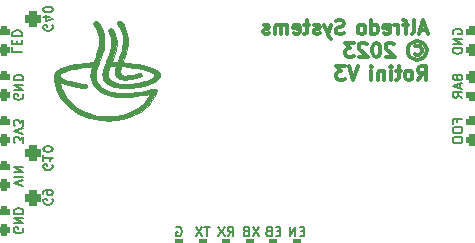
<source format=gbr>
%TF.GenerationSoftware,KiCad,Pcbnew,(7.0.0)*%
%TF.CreationDate,2023-08-06T02:23:00-04:00*%
%TF.ProjectId,Rotini-Hardware,526f7469-6e69-42d4-9861-726477617265,rev?*%
%TF.SameCoordinates,Original*%
%TF.FileFunction,Legend,Bot*%
%TF.FilePolarity,Positive*%
%FSLAX46Y46*%
G04 Gerber Fmt 4.6, Leading zero omitted, Abs format (unit mm)*
G04 Created by KiCad (PCBNEW (7.0.0)) date 2023-08-06 02:23:00*
%MOMM*%
%LPD*%
G01*
G04 APERTURE LIST*
G04 Aperture macros list*
%AMRoundRect*
0 Rectangle with rounded corners*
0 $1 Rounding radius*
0 $2 $3 $4 $5 $6 $7 $8 $9 X,Y pos of 4 corners*
0 Add a 4 corners polygon primitive as box body*
4,1,4,$2,$3,$4,$5,$6,$7,$8,$9,$2,$3,0*
0 Add four circle primitives for the rounded corners*
1,1,$1+$1,$2,$3*
1,1,$1+$1,$4,$5*
1,1,$1+$1,$6,$7*
1,1,$1+$1,$8,$9*
0 Add four rect primitives between the rounded corners*
20,1,$1+$1,$2,$3,$4,$5,0*
20,1,$1+$1,$4,$5,$6,$7,0*
20,1,$1+$1,$6,$7,$8,$9,0*
20,1,$1+$1,$8,$9,$2,$3,0*%
G04 Aperture macros list end*
%ADD10C,0.200000*%
%ADD11C,0.300000*%
%ADD12C,0.010000*%
%ADD13C,3.200000*%
%ADD14RoundRect,0.250000X-0.250000X0.250000X-0.250000X-0.250000X0.250000X-0.250000X0.250000X0.250000X0*%
%ADD15R,1.000000X1.000000*%
%ADD16RoundRect,0.350000X0.350000X-0.350000X0.350000X0.350000X-0.350000X0.350000X-0.350000X-0.350000X0*%
%ADD17RoundRect,0.250000X0.250000X-0.250000X0.250000X0.250000X-0.250000X0.250000X-0.250000X-0.250000X0*%
%ADD18C,0.600000*%
%ADD19O,0.900000X2.000000*%
%ADD20O,0.900000X1.700000*%
%ADD21RoundRect,0.375000X0.375000X0.375000X-0.375000X0.375000X-0.375000X-0.375000X0.375000X-0.375000X0*%
G04 APERTURE END LIST*
D10*
X-18193904Y-890476D02*
X-18193904Y-395238D01*
X-18193904Y-395238D02*
X-18498666Y-661904D01*
X-18498666Y-661904D02*
X-18498666Y-547619D01*
X-18498666Y-547619D02*
X-18536761Y-471428D01*
X-18536761Y-471428D02*
X-18574857Y-433333D01*
X-18574857Y-433333D02*
X-18651047Y-395238D01*
X-18651047Y-395238D02*
X-18841523Y-395238D01*
X-18841523Y-395238D02*
X-18917714Y-433333D01*
X-18917714Y-433333D02*
X-18955809Y-471428D01*
X-18955809Y-471428D02*
X-18993904Y-547619D01*
X-18993904Y-547619D02*
X-18993904Y-776190D01*
X-18993904Y-776190D02*
X-18955809Y-852381D01*
X-18955809Y-852381D02*
X-18917714Y-890476D01*
X-18193904Y-166666D02*
X-18993904Y100000D01*
X-18993904Y100000D02*
X-18193904Y366666D01*
X-18193904Y557142D02*
X-18193904Y1052380D01*
X-18193904Y1052380D02*
X-18498666Y785714D01*
X-18498666Y785714D02*
X-18498666Y899999D01*
X-18498666Y899999D02*
X-18536761Y976190D01*
X-18536761Y976190D02*
X-18574857Y1014285D01*
X-18574857Y1014285D02*
X-18651047Y1052380D01*
X-18651047Y1052380D02*
X-18841523Y1052380D01*
X-18841523Y1052380D02*
X-18917714Y1014285D01*
X-18917714Y1014285D02*
X-18955809Y976190D01*
X-18955809Y976190D02*
X-18993904Y899999D01*
X-18993904Y899999D02*
X-18993904Y671428D01*
X-18993904Y671428D02*
X-18955809Y595237D01*
X-18955809Y595237D02*
X-18917714Y557142D01*
X-2390476Y-7993904D02*
X-2847619Y-7993904D01*
X-2619047Y-8793904D02*
X-2619047Y-7993904D01*
X-3038095Y-7993904D02*
X-3571429Y-8793904D01*
X-3571429Y-7993904D02*
X-3038095Y-8793904D01*
X3571428Y-8374857D02*
X3304762Y-8374857D01*
X3190476Y-8793904D02*
X3571428Y-8793904D01*
X3571428Y-8793904D02*
X3571428Y-7993904D01*
X3571428Y-7993904D02*
X3190476Y-7993904D01*
X2580952Y-8374857D02*
X2466666Y-8412952D01*
X2466666Y-8412952D02*
X2428571Y-8451047D01*
X2428571Y-8451047D02*
X2390475Y-8527238D01*
X2390475Y-8527238D02*
X2390475Y-8641523D01*
X2390475Y-8641523D02*
X2428571Y-8717714D01*
X2428571Y-8717714D02*
X2466666Y-8755809D01*
X2466666Y-8755809D02*
X2542856Y-8793904D01*
X2542856Y-8793904D02*
X2847618Y-8793904D01*
X2847618Y-8793904D02*
X2847618Y-7993904D01*
X2847618Y-7993904D02*
X2580952Y-7993904D01*
X2580952Y-7993904D02*
X2504761Y-8032000D01*
X2504761Y-8032000D02*
X2466666Y-8070095D01*
X2466666Y-8070095D02*
X2428571Y-8146285D01*
X2428571Y-8146285D02*
X2428571Y-8222476D01*
X2428571Y-8222476D02*
X2466666Y-8298666D01*
X2466666Y-8298666D02*
X2504761Y-8336761D01*
X2504761Y-8336761D02*
X2580952Y-8374857D01*
X2580952Y-8374857D02*
X2847618Y-8374857D01*
X1766666Y-7993904D02*
X1233332Y-8793904D01*
X1233332Y-7993904D02*
X1766666Y-8793904D01*
X661904Y-8374857D02*
X547618Y-8412952D01*
X547618Y-8412952D02*
X509523Y-8451047D01*
X509523Y-8451047D02*
X471427Y-8527238D01*
X471427Y-8527238D02*
X471427Y-8641523D01*
X471427Y-8641523D02*
X509523Y-8717714D01*
X509523Y-8717714D02*
X547618Y-8755809D01*
X547618Y-8755809D02*
X623808Y-8793904D01*
X623808Y-8793904D02*
X928570Y-8793904D01*
X928570Y-8793904D02*
X928570Y-7993904D01*
X928570Y-7993904D02*
X661904Y-7993904D01*
X661904Y-7993904D02*
X585713Y-8032000D01*
X585713Y-8032000D02*
X547618Y-8070095D01*
X547618Y-8070095D02*
X509523Y-8146285D01*
X509523Y-8146285D02*
X509523Y-8222476D01*
X509523Y-8222476D02*
X547618Y-8298666D01*
X547618Y-8298666D02*
X585713Y-8336761D01*
X585713Y-8336761D02*
X661904Y-8374857D01*
X661904Y-8374857D02*
X928570Y-8374857D01*
X-5209523Y-8032000D02*
X-5133333Y-7993904D01*
X-5133333Y-7993904D02*
X-5019047Y-7993904D01*
X-5019047Y-7993904D02*
X-4904761Y-8032000D01*
X-4904761Y-8032000D02*
X-4828571Y-8108190D01*
X-4828571Y-8108190D02*
X-4790476Y-8184380D01*
X-4790476Y-8184380D02*
X-4752380Y-8336761D01*
X-4752380Y-8336761D02*
X-4752380Y-8451047D01*
X-4752380Y-8451047D02*
X-4790476Y-8603428D01*
X-4790476Y-8603428D02*
X-4828571Y-8679619D01*
X-4828571Y-8679619D02*
X-4904761Y-8755809D01*
X-4904761Y-8755809D02*
X-5019047Y-8793904D01*
X-5019047Y-8793904D02*
X-5095238Y-8793904D01*
X-5095238Y-8793904D02*
X-5209523Y-8755809D01*
X-5209523Y-8755809D02*
X-5247619Y-8717714D01*
X-5247619Y-8717714D02*
X-5247619Y-8451047D01*
X-5247619Y-8451047D02*
X-5095238Y-8451047D01*
X18574857Y823809D02*
X18574857Y1090475D01*
X18993904Y1090475D02*
X18193904Y1090475D01*
X18193904Y1090475D02*
X18193904Y709523D01*
X18193904Y252380D02*
X18193904Y99999D01*
X18193904Y99999D02*
X18232000Y23809D01*
X18232000Y23809D02*
X18308190Y-52381D01*
X18308190Y-52381D02*
X18460571Y-90476D01*
X18460571Y-90476D02*
X18727238Y-90476D01*
X18727238Y-90476D02*
X18879619Y-52381D01*
X18879619Y-52381D02*
X18955809Y23809D01*
X18955809Y23809D02*
X18993904Y99999D01*
X18993904Y99999D02*
X18993904Y252380D01*
X18993904Y252380D02*
X18955809Y328571D01*
X18955809Y328571D02*
X18879619Y404761D01*
X18879619Y404761D02*
X18727238Y442857D01*
X18727238Y442857D02*
X18460571Y442857D01*
X18460571Y442857D02*
X18308190Y404761D01*
X18308190Y404761D02*
X18232000Y328571D01*
X18232000Y328571D02*
X18193904Y252380D01*
X18193904Y-585714D02*
X18193904Y-738095D01*
X18193904Y-738095D02*
X18232000Y-814285D01*
X18232000Y-814285D02*
X18308190Y-890476D01*
X18308190Y-890476D02*
X18460571Y-928571D01*
X18460571Y-928571D02*
X18727238Y-928571D01*
X18727238Y-928571D02*
X18879619Y-890476D01*
X18879619Y-890476D02*
X18955809Y-814285D01*
X18955809Y-814285D02*
X18993904Y-738095D01*
X18993904Y-738095D02*
X18993904Y-585714D01*
X18993904Y-585714D02*
X18955809Y-509523D01*
X18955809Y-509523D02*
X18879619Y-433333D01*
X18879619Y-433333D02*
X18727238Y-395237D01*
X18727238Y-395237D02*
X18460571Y-395237D01*
X18460571Y-395237D02*
X18308190Y-433333D01*
X18308190Y-433333D02*
X18232000Y-509523D01*
X18232000Y-509523D02*
X18193904Y-585714D01*
X-19093904Y7185714D02*
X-19093904Y6804762D01*
X-19093904Y6804762D02*
X-18293904Y6804762D01*
X-18674857Y7452381D02*
X-18674857Y7719047D01*
X-19093904Y7833333D02*
X-19093904Y7452381D01*
X-19093904Y7452381D02*
X-18293904Y7452381D01*
X-18293904Y7452381D02*
X-18293904Y7833333D01*
X-19093904Y8176191D02*
X-18293904Y8176191D01*
X-18293904Y8176191D02*
X-18293904Y8366667D01*
X-18293904Y8366667D02*
X-18332000Y8480953D01*
X-18332000Y8480953D02*
X-18408190Y8557143D01*
X-18408190Y8557143D02*
X-18484380Y8595238D01*
X-18484380Y8595238D02*
X-18636761Y8633334D01*
X-18636761Y8633334D02*
X-18751047Y8633334D01*
X-18751047Y8633334D02*
X-18903428Y8595238D01*
X-18903428Y8595238D02*
X-18979619Y8557143D01*
X-18979619Y8557143D02*
X-19055809Y8480953D01*
X-19055809Y8480953D02*
X-19093904Y8366667D01*
X-19093904Y8366667D02*
X-19093904Y8176191D01*
X18574857Y4585714D02*
X18612952Y4471428D01*
X18612952Y4471428D02*
X18651047Y4433333D01*
X18651047Y4433333D02*
X18727238Y4395237D01*
X18727238Y4395237D02*
X18841523Y4395237D01*
X18841523Y4395237D02*
X18917714Y4433333D01*
X18917714Y4433333D02*
X18955809Y4471428D01*
X18955809Y4471428D02*
X18993904Y4547618D01*
X18993904Y4547618D02*
X18993904Y4852380D01*
X18993904Y4852380D02*
X18193904Y4852380D01*
X18193904Y4852380D02*
X18193904Y4585714D01*
X18193904Y4585714D02*
X18232000Y4509523D01*
X18232000Y4509523D02*
X18270095Y4471428D01*
X18270095Y4471428D02*
X18346285Y4433333D01*
X18346285Y4433333D02*
X18422476Y4433333D01*
X18422476Y4433333D02*
X18498666Y4471428D01*
X18498666Y4471428D02*
X18536761Y4509523D01*
X18536761Y4509523D02*
X18574857Y4585714D01*
X18574857Y4585714D02*
X18574857Y4852380D01*
X18765333Y4090476D02*
X18765333Y3709523D01*
X18993904Y4166666D02*
X18193904Y3899999D01*
X18193904Y3899999D02*
X18993904Y3633333D01*
X18993904Y2909523D02*
X18612952Y3176190D01*
X18993904Y3366666D02*
X18193904Y3366666D01*
X18193904Y3366666D02*
X18193904Y3061904D01*
X18193904Y3061904D02*
X18232000Y2985714D01*
X18232000Y2985714D02*
X18270095Y2947619D01*
X18270095Y2947619D02*
X18346285Y2909523D01*
X18346285Y2909523D02*
X18460571Y2909523D01*
X18460571Y2909523D02*
X18536761Y2947619D01*
X18536761Y2947619D02*
X18574857Y2985714D01*
X18574857Y2985714D02*
X18612952Y3061904D01*
X18612952Y3061904D02*
X18612952Y3366666D01*
X-15732000Y-5671428D02*
X-15693904Y-5747618D01*
X-15693904Y-5747618D02*
X-15693904Y-5861904D01*
X-15693904Y-5861904D02*
X-15732000Y-5976190D01*
X-15732000Y-5976190D02*
X-15808190Y-6052380D01*
X-15808190Y-6052380D02*
X-15884380Y-6090475D01*
X-15884380Y-6090475D02*
X-16036761Y-6128571D01*
X-16036761Y-6128571D02*
X-16151047Y-6128571D01*
X-16151047Y-6128571D02*
X-16303428Y-6090475D01*
X-16303428Y-6090475D02*
X-16379619Y-6052380D01*
X-16379619Y-6052380D02*
X-16455809Y-5976190D01*
X-16455809Y-5976190D02*
X-16493904Y-5861904D01*
X-16493904Y-5861904D02*
X-16493904Y-5785713D01*
X-16493904Y-5785713D02*
X-16455809Y-5671428D01*
X-16455809Y-5671428D02*
X-16417714Y-5633332D01*
X-16417714Y-5633332D02*
X-16151047Y-5633332D01*
X-16151047Y-5633332D02*
X-16151047Y-5785713D01*
X-16493904Y-5252380D02*
X-16493904Y-5099999D01*
X-16493904Y-5099999D02*
X-16455809Y-5023809D01*
X-16455809Y-5023809D02*
X-16417714Y-4985713D01*
X-16417714Y-4985713D02*
X-16303428Y-4909523D01*
X-16303428Y-4909523D02*
X-16151047Y-4871428D01*
X-16151047Y-4871428D02*
X-15846285Y-4871428D01*
X-15846285Y-4871428D02*
X-15770095Y-4909523D01*
X-15770095Y-4909523D02*
X-15732000Y-4947618D01*
X-15732000Y-4947618D02*
X-15693904Y-5023809D01*
X-15693904Y-5023809D02*
X-15693904Y-5176190D01*
X-15693904Y-5176190D02*
X-15732000Y-5252380D01*
X-15732000Y-5252380D02*
X-15770095Y-5290475D01*
X-15770095Y-5290475D02*
X-15846285Y-5328571D01*
X-15846285Y-5328571D02*
X-16036761Y-5328571D01*
X-16036761Y-5328571D02*
X-16112952Y-5290475D01*
X-16112952Y-5290475D02*
X-16151047Y-5252380D01*
X-16151047Y-5252380D02*
X-16189142Y-5176190D01*
X-16189142Y-5176190D02*
X-16189142Y-5023809D01*
X-16189142Y-5023809D02*
X-16151047Y-4947618D01*
X-16151047Y-4947618D02*
X-16112952Y-4909523D01*
X-16112952Y-4909523D02*
X-16036761Y-4871428D01*
X18232000Y8309523D02*
X18193904Y8385713D01*
X18193904Y8385713D02*
X18193904Y8499999D01*
X18193904Y8499999D02*
X18232000Y8614285D01*
X18232000Y8614285D02*
X18308190Y8690475D01*
X18308190Y8690475D02*
X18384380Y8728570D01*
X18384380Y8728570D02*
X18536761Y8766666D01*
X18536761Y8766666D02*
X18651047Y8766666D01*
X18651047Y8766666D02*
X18803428Y8728570D01*
X18803428Y8728570D02*
X18879619Y8690475D01*
X18879619Y8690475D02*
X18955809Y8614285D01*
X18955809Y8614285D02*
X18993904Y8499999D01*
X18993904Y8499999D02*
X18993904Y8423808D01*
X18993904Y8423808D02*
X18955809Y8309523D01*
X18955809Y8309523D02*
X18917714Y8271427D01*
X18917714Y8271427D02*
X18651047Y8271427D01*
X18651047Y8271427D02*
X18651047Y8423808D01*
X18993904Y7928570D02*
X18193904Y7928570D01*
X18193904Y7928570D02*
X18993904Y7471427D01*
X18993904Y7471427D02*
X18193904Y7471427D01*
X18993904Y7090475D02*
X18193904Y7090475D01*
X18193904Y7090475D02*
X18193904Y6899999D01*
X18193904Y6899999D02*
X18232000Y6785713D01*
X18232000Y6785713D02*
X18308190Y6709523D01*
X18308190Y6709523D02*
X18384380Y6671428D01*
X18384380Y6671428D02*
X18536761Y6633332D01*
X18536761Y6633332D02*
X18651047Y6633332D01*
X18651047Y6633332D02*
X18803428Y6671428D01*
X18803428Y6671428D02*
X18879619Y6709523D01*
X18879619Y6709523D02*
X18955809Y6785713D01*
X18955809Y6785713D02*
X18993904Y6899999D01*
X18993904Y6899999D02*
X18993904Y7090475D01*
X-18232000Y3190476D02*
X-18193904Y3114286D01*
X-18193904Y3114286D02*
X-18193904Y3000000D01*
X-18193904Y3000000D02*
X-18232000Y2885714D01*
X-18232000Y2885714D02*
X-18308190Y2809524D01*
X-18308190Y2809524D02*
X-18384380Y2771429D01*
X-18384380Y2771429D02*
X-18536761Y2733333D01*
X-18536761Y2733333D02*
X-18651047Y2733333D01*
X-18651047Y2733333D02*
X-18803428Y2771429D01*
X-18803428Y2771429D02*
X-18879619Y2809524D01*
X-18879619Y2809524D02*
X-18955809Y2885714D01*
X-18955809Y2885714D02*
X-18993904Y3000000D01*
X-18993904Y3000000D02*
X-18993904Y3076191D01*
X-18993904Y3076191D02*
X-18955809Y3190476D01*
X-18955809Y3190476D02*
X-18917714Y3228572D01*
X-18917714Y3228572D02*
X-18651047Y3228572D01*
X-18651047Y3228572D02*
X-18651047Y3076191D01*
X-18993904Y3571429D02*
X-18193904Y3571429D01*
X-18193904Y3571429D02*
X-18993904Y4028572D01*
X-18993904Y4028572D02*
X-18193904Y4028572D01*
X-18993904Y4409524D02*
X-18193904Y4409524D01*
X-18193904Y4409524D02*
X-18193904Y4600000D01*
X-18193904Y4600000D02*
X-18232000Y4714286D01*
X-18232000Y4714286D02*
X-18308190Y4790476D01*
X-18308190Y4790476D02*
X-18384380Y4828571D01*
X-18384380Y4828571D02*
X-18536761Y4866667D01*
X-18536761Y4866667D02*
X-18651047Y4866667D01*
X-18651047Y4866667D02*
X-18803428Y4828571D01*
X-18803428Y4828571D02*
X-18879619Y4790476D01*
X-18879619Y4790476D02*
X-18955809Y4714286D01*
X-18955809Y4714286D02*
X-18993904Y4600000D01*
X-18993904Y4600000D02*
X-18993904Y4409524D01*
X5590475Y-8374857D02*
X5323809Y-8374857D01*
X5209523Y-8793904D02*
X5590475Y-8793904D01*
X5590475Y-8793904D02*
X5590475Y-7993904D01*
X5590475Y-7993904D02*
X5209523Y-7993904D01*
X4866665Y-8793904D02*
X4866665Y-7993904D01*
X4866665Y-7993904D02*
X4409522Y-8793904D01*
X4409522Y-8793904D02*
X4409522Y-7993904D01*
X-18193904Y-4576189D02*
X-18993904Y-4309522D01*
X-18993904Y-4309522D02*
X-18193904Y-4042856D01*
X-18993904Y-3776189D02*
X-18193904Y-3776189D01*
X-18993904Y-3395237D02*
X-18193904Y-3395237D01*
X-18193904Y-3395237D02*
X-18993904Y-2938094D01*
X-18993904Y-2938094D02*
X-18193904Y-2938094D01*
X-15732000Y9047618D02*
X-15693904Y8971428D01*
X-15693904Y8971428D02*
X-15693904Y8857142D01*
X-15693904Y8857142D02*
X-15732000Y8742856D01*
X-15732000Y8742856D02*
X-15808190Y8666666D01*
X-15808190Y8666666D02*
X-15884380Y8628571D01*
X-15884380Y8628571D02*
X-16036761Y8590475D01*
X-16036761Y8590475D02*
X-16151047Y8590475D01*
X-16151047Y8590475D02*
X-16303428Y8628571D01*
X-16303428Y8628571D02*
X-16379619Y8666666D01*
X-16379619Y8666666D02*
X-16455809Y8742856D01*
X-16455809Y8742856D02*
X-16493904Y8857142D01*
X-16493904Y8857142D02*
X-16493904Y8933333D01*
X-16493904Y8933333D02*
X-16455809Y9047618D01*
X-16455809Y9047618D02*
X-16417714Y9085714D01*
X-16417714Y9085714D02*
X-16151047Y9085714D01*
X-16151047Y9085714D02*
X-16151047Y8933333D01*
X-15960571Y9771428D02*
X-16493904Y9771428D01*
X-15655809Y9580952D02*
X-16227238Y9390475D01*
X-16227238Y9390475D02*
X-16227238Y9885714D01*
X-15693904Y10342857D02*
X-15693904Y10419047D01*
X-15693904Y10419047D02*
X-15732000Y10495238D01*
X-15732000Y10495238D02*
X-15770095Y10533333D01*
X-15770095Y10533333D02*
X-15846285Y10571428D01*
X-15846285Y10571428D02*
X-15998666Y10609523D01*
X-15998666Y10609523D02*
X-16189142Y10609523D01*
X-16189142Y10609523D02*
X-16341523Y10571428D01*
X-16341523Y10571428D02*
X-16417714Y10533333D01*
X-16417714Y10533333D02*
X-16455809Y10495238D01*
X-16455809Y10495238D02*
X-16493904Y10419047D01*
X-16493904Y10419047D02*
X-16493904Y10342857D01*
X-16493904Y10342857D02*
X-16455809Y10266666D01*
X-16455809Y10266666D02*
X-16417714Y10228571D01*
X-16417714Y10228571D02*
X-16341523Y10190476D01*
X-16341523Y10190476D02*
X-16189142Y10152380D01*
X-16189142Y10152380D02*
X-15998666Y10152380D01*
X-15998666Y10152380D02*
X-15846285Y10190476D01*
X-15846285Y10190476D02*
X-15770095Y10228571D01*
X-15770095Y10228571D02*
X-15732000Y10266666D01*
X-15732000Y10266666D02*
X-15693904Y10342857D01*
X-18232000Y-8109523D02*
X-18193904Y-8185713D01*
X-18193904Y-8185713D02*
X-18193904Y-8299999D01*
X-18193904Y-8299999D02*
X-18232000Y-8414285D01*
X-18232000Y-8414285D02*
X-18308190Y-8490475D01*
X-18308190Y-8490475D02*
X-18384380Y-8528570D01*
X-18384380Y-8528570D02*
X-18536761Y-8566666D01*
X-18536761Y-8566666D02*
X-18651047Y-8566666D01*
X-18651047Y-8566666D02*
X-18803428Y-8528570D01*
X-18803428Y-8528570D02*
X-18879619Y-8490475D01*
X-18879619Y-8490475D02*
X-18955809Y-8414285D01*
X-18955809Y-8414285D02*
X-18993904Y-8299999D01*
X-18993904Y-8299999D02*
X-18993904Y-8223808D01*
X-18993904Y-8223808D02*
X-18955809Y-8109523D01*
X-18955809Y-8109523D02*
X-18917714Y-8071427D01*
X-18917714Y-8071427D02*
X-18651047Y-8071427D01*
X-18651047Y-8071427D02*
X-18651047Y-8223808D01*
X-18993904Y-7728570D02*
X-18193904Y-7728570D01*
X-18193904Y-7728570D02*
X-18993904Y-7271427D01*
X-18993904Y-7271427D02*
X-18193904Y-7271427D01*
X-18993904Y-6890475D02*
X-18193904Y-6890475D01*
X-18193904Y-6890475D02*
X-18193904Y-6699999D01*
X-18193904Y-6699999D02*
X-18232000Y-6585713D01*
X-18232000Y-6585713D02*
X-18308190Y-6509523D01*
X-18308190Y-6509523D02*
X-18384380Y-6471428D01*
X-18384380Y-6471428D02*
X-18536761Y-6433332D01*
X-18536761Y-6433332D02*
X-18651047Y-6433332D01*
X-18651047Y-6433332D02*
X-18803428Y-6471428D01*
X-18803428Y-6471428D02*
X-18879619Y-6509523D01*
X-18879619Y-6509523D02*
X-18955809Y-6585713D01*
X-18955809Y-6585713D02*
X-18993904Y-6699999D01*
X-18993904Y-6699999D02*
X-18993904Y-6890475D01*
X-866667Y-8793904D02*
X-600000Y-8412952D01*
X-409524Y-8793904D02*
X-409524Y-7993904D01*
X-409524Y-7993904D02*
X-714286Y-7993904D01*
X-714286Y-7993904D02*
X-790476Y-8032000D01*
X-790476Y-8032000D02*
X-828571Y-8070095D01*
X-828571Y-8070095D02*
X-866667Y-8146285D01*
X-866667Y-8146285D02*
X-866667Y-8260571D01*
X-866667Y-8260571D02*
X-828571Y-8336761D01*
X-828571Y-8336761D02*
X-790476Y-8374857D01*
X-790476Y-8374857D02*
X-714286Y-8412952D01*
X-714286Y-8412952D02*
X-409524Y-8412952D01*
X-1133333Y-7993904D02*
X-1666667Y-8793904D01*
X-1666667Y-7993904D02*
X-1133333Y-8793904D01*
X-15732000Y-2752381D02*
X-15693904Y-2828571D01*
X-15693904Y-2828571D02*
X-15693904Y-2942857D01*
X-15693904Y-2942857D02*
X-15732000Y-3057143D01*
X-15732000Y-3057143D02*
X-15808190Y-3133333D01*
X-15808190Y-3133333D02*
X-15884380Y-3171428D01*
X-15884380Y-3171428D02*
X-16036761Y-3209524D01*
X-16036761Y-3209524D02*
X-16151047Y-3209524D01*
X-16151047Y-3209524D02*
X-16303428Y-3171428D01*
X-16303428Y-3171428D02*
X-16379619Y-3133333D01*
X-16379619Y-3133333D02*
X-16455809Y-3057143D01*
X-16455809Y-3057143D02*
X-16493904Y-2942857D01*
X-16493904Y-2942857D02*
X-16493904Y-2866666D01*
X-16493904Y-2866666D02*
X-16455809Y-2752381D01*
X-16455809Y-2752381D02*
X-16417714Y-2714285D01*
X-16417714Y-2714285D02*
X-16151047Y-2714285D01*
X-16151047Y-2714285D02*
X-16151047Y-2866666D01*
X-16493904Y-1952381D02*
X-16493904Y-2409524D01*
X-16493904Y-2180952D02*
X-15693904Y-2180952D01*
X-15693904Y-2180952D02*
X-15808190Y-2257143D01*
X-15808190Y-2257143D02*
X-15884380Y-2333333D01*
X-15884380Y-2333333D02*
X-15922476Y-2409524D01*
X-15693904Y-1457142D02*
X-15693904Y-1380952D01*
X-15693904Y-1380952D02*
X-15732000Y-1304761D01*
X-15732000Y-1304761D02*
X-15770095Y-1266666D01*
X-15770095Y-1266666D02*
X-15846285Y-1228571D01*
X-15846285Y-1228571D02*
X-15998666Y-1190476D01*
X-15998666Y-1190476D02*
X-16189142Y-1190476D01*
X-16189142Y-1190476D02*
X-16341523Y-1228571D01*
X-16341523Y-1228571D02*
X-16417714Y-1266666D01*
X-16417714Y-1266666D02*
X-16455809Y-1304761D01*
X-16455809Y-1304761D02*
X-16493904Y-1380952D01*
X-16493904Y-1380952D02*
X-16493904Y-1457142D01*
X-16493904Y-1457142D02*
X-16455809Y-1533333D01*
X-16455809Y-1533333D02*
X-16417714Y-1571428D01*
X-16417714Y-1571428D02*
X-16341523Y-1609523D01*
X-16341523Y-1609523D02*
X-16189142Y-1647619D01*
X-16189142Y-1647619D02*
X-15998666Y-1647619D01*
X-15998666Y-1647619D02*
X-15846285Y-1609523D01*
X-15846285Y-1609523D02*
X-15770095Y-1571428D01*
X-15770095Y-1571428D02*
X-15732000Y-1533333D01*
X-15732000Y-1533333D02*
X-15693904Y-1457142D01*
D11*
X15971428Y8646000D02*
X15400000Y8646000D01*
X16085714Y8303142D02*
X15685714Y9503142D01*
X15685714Y9503142D02*
X15285714Y8303142D01*
X14714286Y8303142D02*
X14828571Y8360285D01*
X14828571Y8360285D02*
X14885714Y8474571D01*
X14885714Y8474571D02*
X14885714Y9503142D01*
X14428572Y9103142D02*
X13971429Y9103142D01*
X14257143Y8303142D02*
X14257143Y9331714D01*
X14257143Y9331714D02*
X14200000Y9446000D01*
X14200000Y9446000D02*
X14085715Y9503142D01*
X14085715Y9503142D02*
X13971429Y9503142D01*
X13571429Y8303142D02*
X13571429Y9103142D01*
X13571429Y8874571D02*
X13514286Y8988857D01*
X13514286Y8988857D02*
X13457144Y9046000D01*
X13457144Y9046000D02*
X13342858Y9103142D01*
X13342858Y9103142D02*
X13228572Y9103142D01*
X12371429Y8360285D02*
X12485715Y8303142D01*
X12485715Y8303142D02*
X12714287Y8303142D01*
X12714287Y8303142D02*
X12828572Y8360285D01*
X12828572Y8360285D02*
X12885715Y8474571D01*
X12885715Y8474571D02*
X12885715Y8931714D01*
X12885715Y8931714D02*
X12828572Y9046000D01*
X12828572Y9046000D02*
X12714287Y9103142D01*
X12714287Y9103142D02*
X12485715Y9103142D01*
X12485715Y9103142D02*
X12371429Y9046000D01*
X12371429Y9046000D02*
X12314287Y8931714D01*
X12314287Y8931714D02*
X12314287Y8817428D01*
X12314287Y8817428D02*
X12885715Y8703142D01*
X11285716Y8303142D02*
X11285716Y9503142D01*
X11285716Y8360285D02*
X11400001Y8303142D01*
X11400001Y8303142D02*
X11628573Y8303142D01*
X11628573Y8303142D02*
X11742858Y8360285D01*
X11742858Y8360285D02*
X11800001Y8417428D01*
X11800001Y8417428D02*
X11857144Y8531714D01*
X11857144Y8531714D02*
X11857144Y8874571D01*
X11857144Y8874571D02*
X11800001Y8988857D01*
X11800001Y8988857D02*
X11742858Y9046000D01*
X11742858Y9046000D02*
X11628573Y9103142D01*
X11628573Y9103142D02*
X11400001Y9103142D01*
X11400001Y9103142D02*
X11285716Y9046000D01*
X10542859Y8303142D02*
X10657144Y8360285D01*
X10657144Y8360285D02*
X10714287Y8417428D01*
X10714287Y8417428D02*
X10771430Y8531714D01*
X10771430Y8531714D02*
X10771430Y8874571D01*
X10771430Y8874571D02*
X10714287Y8988857D01*
X10714287Y8988857D02*
X10657144Y9046000D01*
X10657144Y9046000D02*
X10542859Y9103142D01*
X10542859Y9103142D02*
X10371430Y9103142D01*
X10371430Y9103142D02*
X10257144Y9046000D01*
X10257144Y9046000D02*
X10200002Y8988857D01*
X10200002Y8988857D02*
X10142859Y8874571D01*
X10142859Y8874571D02*
X10142859Y8531714D01*
X10142859Y8531714D02*
X10200002Y8417428D01*
X10200002Y8417428D02*
X10257144Y8360285D01*
X10257144Y8360285D02*
X10371430Y8303142D01*
X10371430Y8303142D02*
X10542859Y8303142D01*
X8965716Y8360285D02*
X8794288Y8303142D01*
X8794288Y8303142D02*
X8508573Y8303142D01*
X8508573Y8303142D02*
X8394288Y8360285D01*
X8394288Y8360285D02*
X8337145Y8417428D01*
X8337145Y8417428D02*
X8280002Y8531714D01*
X8280002Y8531714D02*
X8280002Y8646000D01*
X8280002Y8646000D02*
X8337145Y8760285D01*
X8337145Y8760285D02*
X8394288Y8817428D01*
X8394288Y8817428D02*
X8508573Y8874571D01*
X8508573Y8874571D02*
X8737145Y8931714D01*
X8737145Y8931714D02*
X8851430Y8988857D01*
X8851430Y8988857D02*
X8908573Y9046000D01*
X8908573Y9046000D02*
X8965716Y9160285D01*
X8965716Y9160285D02*
X8965716Y9274571D01*
X8965716Y9274571D02*
X8908573Y9388857D01*
X8908573Y9388857D02*
X8851430Y9446000D01*
X8851430Y9446000D02*
X8737145Y9503142D01*
X8737145Y9503142D02*
X8451430Y9503142D01*
X8451430Y9503142D02*
X8280002Y9446000D01*
X7880002Y9103142D02*
X7594288Y8303142D01*
X7308573Y9103142D02*
X7594288Y8303142D01*
X7594288Y8303142D02*
X7708573Y8017428D01*
X7708573Y8017428D02*
X7765716Y7960285D01*
X7765716Y7960285D02*
X7880002Y7903142D01*
X6908573Y8360285D02*
X6794287Y8303142D01*
X6794287Y8303142D02*
X6565716Y8303142D01*
X6565716Y8303142D02*
X6451430Y8360285D01*
X6451430Y8360285D02*
X6394287Y8474571D01*
X6394287Y8474571D02*
X6394287Y8531714D01*
X6394287Y8531714D02*
X6451430Y8646000D01*
X6451430Y8646000D02*
X6565716Y8703142D01*
X6565716Y8703142D02*
X6737145Y8703142D01*
X6737145Y8703142D02*
X6851430Y8760285D01*
X6851430Y8760285D02*
X6908573Y8874571D01*
X6908573Y8874571D02*
X6908573Y8931714D01*
X6908573Y8931714D02*
X6851430Y9046000D01*
X6851430Y9046000D02*
X6737145Y9103142D01*
X6737145Y9103142D02*
X6565716Y9103142D01*
X6565716Y9103142D02*
X6451430Y9046000D01*
X6051430Y9103142D02*
X5594287Y9103142D01*
X5880001Y9503142D02*
X5880001Y8474571D01*
X5880001Y8474571D02*
X5822858Y8360285D01*
X5822858Y8360285D02*
X5708573Y8303142D01*
X5708573Y8303142D02*
X5594287Y8303142D01*
X4737144Y8360285D02*
X4851430Y8303142D01*
X4851430Y8303142D02*
X5080002Y8303142D01*
X5080002Y8303142D02*
X5194287Y8360285D01*
X5194287Y8360285D02*
X5251430Y8474571D01*
X5251430Y8474571D02*
X5251430Y8931714D01*
X5251430Y8931714D02*
X5194287Y9046000D01*
X5194287Y9046000D02*
X5080002Y9103142D01*
X5080002Y9103142D02*
X4851430Y9103142D01*
X4851430Y9103142D02*
X4737144Y9046000D01*
X4737144Y9046000D02*
X4680002Y8931714D01*
X4680002Y8931714D02*
X4680002Y8817428D01*
X4680002Y8817428D02*
X5251430Y8703142D01*
X4165716Y8303142D02*
X4165716Y9103142D01*
X4165716Y8988857D02*
X4108573Y9046000D01*
X4108573Y9046000D02*
X3994288Y9103142D01*
X3994288Y9103142D02*
X3822859Y9103142D01*
X3822859Y9103142D02*
X3708573Y9046000D01*
X3708573Y9046000D02*
X3651431Y8931714D01*
X3651431Y8931714D02*
X3651431Y8303142D01*
X3651431Y8931714D02*
X3594288Y9046000D01*
X3594288Y9046000D02*
X3480002Y9103142D01*
X3480002Y9103142D02*
X3308573Y9103142D01*
X3308573Y9103142D02*
X3194288Y9046000D01*
X3194288Y9046000D02*
X3137145Y8931714D01*
X3137145Y8931714D02*
X3137145Y8303142D01*
X2622859Y8360285D02*
X2508573Y8303142D01*
X2508573Y8303142D02*
X2280002Y8303142D01*
X2280002Y8303142D02*
X2165716Y8360285D01*
X2165716Y8360285D02*
X2108573Y8474571D01*
X2108573Y8474571D02*
X2108573Y8531714D01*
X2108573Y8531714D02*
X2165716Y8646000D01*
X2165716Y8646000D02*
X2280002Y8703142D01*
X2280002Y8703142D02*
X2451431Y8703142D01*
X2451431Y8703142D02*
X2565716Y8760285D01*
X2565716Y8760285D02*
X2622859Y8874571D01*
X2622859Y8874571D02*
X2622859Y8931714D01*
X2622859Y8931714D02*
X2565716Y9046000D01*
X2565716Y9046000D02*
X2451431Y9103142D01*
X2451431Y9103142D02*
X2280002Y9103142D01*
X2280002Y9103142D02*
X2165716Y9046000D01*
X14942857Y7273428D02*
X15057142Y7330571D01*
X15057142Y7330571D02*
X15285714Y7330571D01*
X15285714Y7330571D02*
X15400000Y7273428D01*
X15400000Y7273428D02*
X15514285Y7159142D01*
X15514285Y7159142D02*
X15571428Y7044857D01*
X15571428Y7044857D02*
X15571428Y6816285D01*
X15571428Y6816285D02*
X15514285Y6702000D01*
X15514285Y6702000D02*
X15400000Y6587714D01*
X15400000Y6587714D02*
X15285714Y6530571D01*
X15285714Y6530571D02*
X15057142Y6530571D01*
X15057142Y6530571D02*
X14942857Y6587714D01*
X15171428Y7730571D02*
X15457142Y7673428D01*
X15457142Y7673428D02*
X15742857Y7502000D01*
X15742857Y7502000D02*
X15914285Y7216285D01*
X15914285Y7216285D02*
X15971428Y6930571D01*
X15971428Y6930571D02*
X15914285Y6644857D01*
X15914285Y6644857D02*
X15742857Y6359142D01*
X15742857Y6359142D02*
X15457142Y6187714D01*
X15457142Y6187714D02*
X15171428Y6130571D01*
X15171428Y6130571D02*
X14885714Y6187714D01*
X14885714Y6187714D02*
X14600000Y6359142D01*
X14600000Y6359142D02*
X14428571Y6644857D01*
X14428571Y6644857D02*
X14371428Y6930571D01*
X14371428Y6930571D02*
X14428571Y7216285D01*
X14428571Y7216285D02*
X14600000Y7502000D01*
X14600000Y7502000D02*
X14885714Y7673428D01*
X14885714Y7673428D02*
X15171428Y7730571D01*
X13194285Y7444857D02*
X13137142Y7502000D01*
X13137142Y7502000D02*
X13022857Y7559142D01*
X13022857Y7559142D02*
X12737142Y7559142D01*
X12737142Y7559142D02*
X12622857Y7502000D01*
X12622857Y7502000D02*
X12565714Y7444857D01*
X12565714Y7444857D02*
X12508571Y7330571D01*
X12508571Y7330571D02*
X12508571Y7216285D01*
X12508571Y7216285D02*
X12565714Y7044857D01*
X12565714Y7044857D02*
X13251428Y6359142D01*
X13251428Y6359142D02*
X12508571Y6359142D01*
X11765714Y7559142D02*
X11651428Y7559142D01*
X11651428Y7559142D02*
X11537142Y7502000D01*
X11537142Y7502000D02*
X11480000Y7444857D01*
X11480000Y7444857D02*
X11422857Y7330571D01*
X11422857Y7330571D02*
X11365714Y7102000D01*
X11365714Y7102000D02*
X11365714Y6816285D01*
X11365714Y6816285D02*
X11422857Y6587714D01*
X11422857Y6587714D02*
X11480000Y6473428D01*
X11480000Y6473428D02*
X11537142Y6416285D01*
X11537142Y6416285D02*
X11651428Y6359142D01*
X11651428Y6359142D02*
X11765714Y6359142D01*
X11765714Y6359142D02*
X11880000Y6416285D01*
X11880000Y6416285D02*
X11937142Y6473428D01*
X11937142Y6473428D02*
X11994285Y6587714D01*
X11994285Y6587714D02*
X12051428Y6816285D01*
X12051428Y6816285D02*
X12051428Y7102000D01*
X12051428Y7102000D02*
X11994285Y7330571D01*
X11994285Y7330571D02*
X11937142Y7444857D01*
X11937142Y7444857D02*
X11880000Y7502000D01*
X11880000Y7502000D02*
X11765714Y7559142D01*
X10908571Y7444857D02*
X10851428Y7502000D01*
X10851428Y7502000D02*
X10737143Y7559142D01*
X10737143Y7559142D02*
X10451428Y7559142D01*
X10451428Y7559142D02*
X10337143Y7502000D01*
X10337143Y7502000D02*
X10280000Y7444857D01*
X10280000Y7444857D02*
X10222857Y7330571D01*
X10222857Y7330571D02*
X10222857Y7216285D01*
X10222857Y7216285D02*
X10280000Y7044857D01*
X10280000Y7044857D02*
X10965714Y6359142D01*
X10965714Y6359142D02*
X10222857Y6359142D01*
X9822857Y7559142D02*
X9080000Y7559142D01*
X9080000Y7559142D02*
X9480000Y7102000D01*
X9480000Y7102000D02*
X9308571Y7102000D01*
X9308571Y7102000D02*
X9194286Y7044857D01*
X9194286Y7044857D02*
X9137143Y6987714D01*
X9137143Y6987714D02*
X9080000Y6873428D01*
X9080000Y6873428D02*
X9080000Y6587714D01*
X9080000Y6587714D02*
X9137143Y6473428D01*
X9137143Y6473428D02*
X9194286Y6416285D01*
X9194286Y6416285D02*
X9308571Y6359142D01*
X9308571Y6359142D02*
X9651428Y6359142D01*
X9651428Y6359142D02*
X9765714Y6416285D01*
X9765714Y6416285D02*
X9822857Y6473428D01*
X15228571Y4415142D02*
X15628571Y4986571D01*
X15914285Y4415142D02*
X15914285Y5615142D01*
X15914285Y5615142D02*
X15457142Y5615142D01*
X15457142Y5615142D02*
X15342857Y5558000D01*
X15342857Y5558000D02*
X15285714Y5500857D01*
X15285714Y5500857D02*
X15228571Y5386571D01*
X15228571Y5386571D02*
X15228571Y5215142D01*
X15228571Y5215142D02*
X15285714Y5100857D01*
X15285714Y5100857D02*
X15342857Y5043714D01*
X15342857Y5043714D02*
X15457142Y4986571D01*
X15457142Y4986571D02*
X15914285Y4986571D01*
X14542857Y4415142D02*
X14657142Y4472285D01*
X14657142Y4472285D02*
X14714285Y4529428D01*
X14714285Y4529428D02*
X14771428Y4643714D01*
X14771428Y4643714D02*
X14771428Y4986571D01*
X14771428Y4986571D02*
X14714285Y5100857D01*
X14714285Y5100857D02*
X14657142Y5158000D01*
X14657142Y5158000D02*
X14542857Y5215142D01*
X14542857Y5215142D02*
X14371428Y5215142D01*
X14371428Y5215142D02*
X14257142Y5158000D01*
X14257142Y5158000D02*
X14200000Y5100857D01*
X14200000Y5100857D02*
X14142857Y4986571D01*
X14142857Y4986571D02*
X14142857Y4643714D01*
X14142857Y4643714D02*
X14200000Y4529428D01*
X14200000Y4529428D02*
X14257142Y4472285D01*
X14257142Y4472285D02*
X14371428Y4415142D01*
X14371428Y4415142D02*
X14542857Y4415142D01*
X13800000Y5215142D02*
X13342857Y5215142D01*
X13628571Y5615142D02*
X13628571Y4586571D01*
X13628571Y4586571D02*
X13571428Y4472285D01*
X13571428Y4472285D02*
X13457143Y4415142D01*
X13457143Y4415142D02*
X13342857Y4415142D01*
X12942857Y4415142D02*
X12942857Y5215142D01*
X12942857Y5615142D02*
X13000000Y5558000D01*
X13000000Y5558000D02*
X12942857Y5500857D01*
X12942857Y5500857D02*
X12885714Y5558000D01*
X12885714Y5558000D02*
X12942857Y5615142D01*
X12942857Y5615142D02*
X12942857Y5500857D01*
X12371428Y5215142D02*
X12371428Y4415142D01*
X12371428Y5100857D02*
X12314285Y5158000D01*
X12314285Y5158000D02*
X12200000Y5215142D01*
X12200000Y5215142D02*
X12028571Y5215142D01*
X12028571Y5215142D02*
X11914285Y5158000D01*
X11914285Y5158000D02*
X11857143Y5043714D01*
X11857143Y5043714D02*
X11857143Y4415142D01*
X11285714Y4415142D02*
X11285714Y5215142D01*
X11285714Y5615142D02*
X11342857Y5558000D01*
X11342857Y5558000D02*
X11285714Y5500857D01*
X11285714Y5500857D02*
X11228571Y5558000D01*
X11228571Y5558000D02*
X11285714Y5615142D01*
X11285714Y5615142D02*
X11285714Y5500857D01*
X10165714Y5615142D02*
X9765714Y4415142D01*
X9765714Y4415142D02*
X9365714Y5615142D01*
X9080000Y5615142D02*
X8337143Y5615142D01*
X8337143Y5615142D02*
X8737143Y5158000D01*
X8737143Y5158000D02*
X8565714Y5158000D01*
X8565714Y5158000D02*
X8451429Y5100857D01*
X8451429Y5100857D02*
X8394286Y5043714D01*
X8394286Y5043714D02*
X8337143Y4929428D01*
X8337143Y4929428D02*
X8337143Y4643714D01*
X8337143Y4643714D02*
X8394286Y4529428D01*
X8394286Y4529428D02*
X8451429Y4472285D01*
X8451429Y4472285D02*
X8565714Y4415142D01*
X8565714Y4415142D02*
X8908571Y4415142D01*
X8908571Y4415142D02*
X9022857Y4472285D01*
X9022857Y4472285D02*
X9080000Y4529428D01*
%TO.C,G\u002A\u002A\u002A*%
G36*
X-6612234Y4820372D02*
G01*
X-6623940Y4718045D01*
X-6633909Y4686625D01*
X-6694121Y4574608D01*
X-6790610Y4465571D01*
X-6921216Y4360402D01*
X-7083780Y4259993D01*
X-7276142Y4165233D01*
X-7496143Y4077013D01*
X-7741624Y3996224D01*
X-8010425Y3923755D01*
X-8300387Y3860496D01*
X-8609351Y3807339D01*
X-8935158Y3765172D01*
X-9074886Y3753048D01*
X-9237743Y3744211D01*
X-9411424Y3739003D01*
X-9585989Y3737509D01*
X-9751502Y3739810D01*
X-9898023Y3745991D01*
X-10015615Y3756134D01*
X-10017447Y3756357D01*
X-10244168Y3793638D01*
X-10464242Y3848044D01*
X-10671245Y3917127D01*
X-10858752Y3998442D01*
X-11020339Y4089541D01*
X-11149581Y4187978D01*
X-11178329Y4215078D01*
X-11307745Y4365665D01*
X-11400524Y4529675D01*
X-11456573Y4706905D01*
X-11475801Y4897154D01*
X-11475780Y4906923D01*
X-11010641Y4906923D01*
X-11010599Y4889838D01*
X-11008320Y4799135D01*
X-11001047Y4732907D01*
X-10986672Y4678589D01*
X-10963084Y4623615D01*
X-10897160Y4516973D01*
X-10786705Y4402727D01*
X-10641854Y4303942D01*
X-10461925Y4220168D01*
X-10246239Y4150956D01*
X-10226434Y4145746D01*
X-10162505Y4130077D01*
X-10102802Y4118262D01*
X-10040108Y4109655D01*
X-9967206Y4103609D01*
X-9876878Y4099476D01*
X-9761907Y4096610D01*
X-9615077Y4094363D01*
X-9505157Y4093471D01*
X-9281448Y4095571D01*
X-9088940Y4103196D01*
X-8931392Y4116229D01*
X-8745169Y4140047D01*
X-8478221Y4183875D01*
X-8222111Y4237154D01*
X-7980872Y4298606D01*
X-7758538Y4366954D01*
X-7559143Y4440921D01*
X-7386720Y4519231D01*
X-7245304Y4600605D01*
X-7138927Y4683766D01*
X-7132118Y4690388D01*
X-7078463Y4757318D01*
X-7058579Y4820372D01*
X-7073442Y4881472D01*
X-7124029Y4942540D01*
X-7211317Y5005499D01*
X-7336281Y5072271D01*
X-7387147Y5095948D01*
X-7612288Y5185430D01*
X-7873567Y5267173D01*
X-8171361Y5341252D01*
X-8506045Y5407744D01*
X-8877994Y5466726D01*
X-9287585Y5518276D01*
X-9735193Y5562468D01*
X-9884617Y5575447D01*
X-9918694Y5460993D01*
X-9935715Y5389826D01*
X-9951795Y5293023D01*
X-9961166Y5200000D01*
X-9957771Y5071884D01*
X-9929584Y4969970D01*
X-9874609Y4891405D01*
X-9790923Y4832033D01*
X-9769701Y4821336D01*
X-9731946Y4805604D01*
X-9692207Y4796313D01*
X-9641229Y4792457D01*
X-9569757Y4793031D01*
X-9468538Y4797032D01*
X-9396521Y4801455D01*
X-9156834Y4830271D01*
X-8891038Y4881576D01*
X-8603028Y4954658D01*
X-8566906Y4964411D01*
X-8479777Y4984975D01*
X-8403384Y4999230D01*
X-8351020Y5004542D01*
X-8316212Y5002306D01*
X-8235231Y4977869D01*
X-8173338Y4931520D01*
X-8137156Y4869536D01*
X-8133308Y4798193D01*
X-8134477Y4793020D01*
X-8146319Y4766849D01*
X-8170009Y4742366D01*
X-8208864Y4718452D01*
X-8266204Y4693991D01*
X-8345347Y4667863D01*
X-8449613Y4638952D01*
X-8582319Y4606139D01*
X-8746786Y4568305D01*
X-8946331Y4524335D01*
X-8988438Y4515262D01*
X-9116765Y4489160D01*
X-9221668Y4471262D01*
X-9314325Y4460137D01*
X-9405915Y4454354D01*
X-9507615Y4452483D01*
X-9670542Y4457078D01*
X-9858941Y4479723D01*
X-10017279Y4521921D01*
X-10148118Y4584413D01*
X-10254020Y4667938D01*
X-10289577Y4706305D01*
X-10343526Y4784065D01*
X-10379864Y4873309D01*
X-10401691Y4982936D01*
X-10412106Y5121846D01*
X-10414254Y5195160D01*
X-10413538Y5274166D01*
X-10406989Y5336471D01*
X-10392998Y5395094D01*
X-10369959Y5463053D01*
X-10365898Y5474224D01*
X-10343412Y5538149D01*
X-10328516Y5584089D01*
X-10324258Y5602735D01*
X-10324901Y5602956D01*
X-10349847Y5604937D01*
X-10405295Y5607514D01*
X-10483775Y5610378D01*
X-10577815Y5613221D01*
X-10827399Y5620077D01*
X-10883737Y5473538D01*
X-10908113Y5409231D01*
X-10951084Y5287510D01*
X-10980568Y5186486D01*
X-10998819Y5096091D01*
X-11008092Y5006259D01*
X-11010641Y4906923D01*
X-11475780Y4906923D01*
X-11475751Y4920222D01*
X-11473500Y4985703D01*
X-11467037Y5050267D01*
X-11454992Y5118531D01*
X-11435996Y5195111D01*
X-11408679Y5284623D01*
X-11371670Y5391682D01*
X-11323601Y5520905D01*
X-11263100Y5676909D01*
X-11188800Y5864308D01*
X-11143234Y5979049D01*
X-11061917Y6187692D01*
X-10993538Y6369681D01*
X-10936062Y6531043D01*
X-10887452Y6677808D01*
X-10845671Y6816003D01*
X-10808684Y6951656D01*
X-10774453Y7090795D01*
X-10752721Y7188707D01*
X-10736562Y7280284D01*
X-10726995Y7368953D01*
X-10722555Y7468687D01*
X-10721780Y7593462D01*
X-10721811Y7599970D01*
X-10727725Y7776845D01*
X-10745208Y7928429D01*
X-10777084Y8067125D01*
X-10826178Y8205335D01*
X-10895314Y8355462D01*
X-10915155Y8395909D01*
X-10957682Y8493600D01*
X-10978664Y8568617D01*
X-10978500Y8628062D01*
X-10957592Y8679038D01*
X-10916338Y8728646D01*
X-10878320Y8762913D01*
X-10830054Y8788426D01*
X-10771299Y8795077D01*
X-10744194Y8793590D01*
X-10676567Y8773135D01*
X-10615255Y8725633D01*
X-10556176Y8647226D01*
X-10495249Y8534055D01*
X-10494426Y8532335D01*
X-10384574Y8260263D01*
X-10313075Y7982802D01*
X-10279801Y7698862D01*
X-10284623Y7407348D01*
X-10327413Y7107169D01*
X-10369712Y6917736D01*
X-10435637Y6666374D01*
X-10511656Y6413699D01*
X-10592618Y6177766D01*
X-10619127Y6104961D01*
X-10643583Y6035626D01*
X-10659488Y5987876D01*
X-10664262Y5969214D01*
X-10664169Y5969152D01*
X-10642942Y5967149D01*
X-10590627Y5964540D01*
X-10514895Y5961654D01*
X-10423419Y5958823D01*
X-10186453Y5952231D01*
X-10075789Y6241467D01*
X-9961150Y6565016D01*
X-9863009Y6905512D01*
X-9795759Y7227317D01*
X-9759124Y7532832D01*
X-9752830Y7824452D01*
X-9776598Y8104577D01*
X-9830154Y8375604D01*
X-9855362Y8466708D01*
X-9911430Y8627042D01*
X-9982710Y8779997D01*
X-10074395Y8936054D01*
X-10191674Y9105697D01*
X-10215492Y9143074D01*
X-10240495Y9223341D01*
X-10226638Y9299896D01*
X-10173877Y9373415D01*
X-10167740Y9379404D01*
X-10093552Y9429314D01*
X-10016424Y9440490D01*
X-9936215Y9412884D01*
X-9852783Y9346451D01*
X-9765986Y9241145D01*
X-9646880Y9049521D01*
X-9532733Y8807105D01*
X-9441795Y8543563D01*
X-9375571Y8265381D01*
X-9335568Y7979044D01*
X-9323292Y7691037D01*
X-9340248Y7407846D01*
X-9363625Y7242508D01*
X-9409739Y7001416D01*
X-9470342Y6746072D01*
X-9542497Y6487619D01*
X-9623266Y6237201D01*
X-9709712Y6005962D01*
X-9712766Y5998422D01*
X-9734153Y5943678D01*
X-9741016Y5915442D01*
X-9733545Y5904936D01*
X-9711928Y5903385D01*
X-9702948Y5903061D01*
X-9656758Y5899681D01*
X-9582994Y5893211D01*
X-9489706Y5884376D01*
X-9384944Y5873903D01*
X-9271963Y5861953D01*
X-8862884Y5811919D01*
X-8486013Y5754711D01*
X-8141901Y5690562D01*
X-7831101Y5619701D01*
X-7554164Y5542359D01*
X-7311642Y5458768D01*
X-7104086Y5369159D01*
X-6932049Y5273761D01*
X-6796081Y5172808D01*
X-6696734Y5066528D01*
X-6634561Y4955154D01*
X-6610112Y4838916D01*
X-6612234Y4820372D01*
G37*
D12*
X-6612234Y4820372D02*
X-6623940Y4718045D01*
X-6633909Y4686625D01*
X-6694121Y4574608D01*
X-6790610Y4465571D01*
X-6921216Y4360402D01*
X-7083780Y4259993D01*
X-7276142Y4165233D01*
X-7496143Y4077013D01*
X-7741624Y3996224D01*
X-8010425Y3923755D01*
X-8300387Y3860496D01*
X-8609351Y3807339D01*
X-8935158Y3765172D01*
X-9074886Y3753048D01*
X-9237743Y3744211D01*
X-9411424Y3739003D01*
X-9585989Y3737509D01*
X-9751502Y3739810D01*
X-9898023Y3745991D01*
X-10015615Y3756134D01*
X-10017447Y3756357D01*
X-10244168Y3793638D01*
X-10464242Y3848044D01*
X-10671245Y3917127D01*
X-10858752Y3998442D01*
X-11020339Y4089541D01*
X-11149581Y4187978D01*
X-11178329Y4215078D01*
X-11307745Y4365665D01*
X-11400524Y4529675D01*
X-11456573Y4706905D01*
X-11475801Y4897154D01*
X-11475780Y4906923D01*
X-11010641Y4906923D01*
X-11010599Y4889838D01*
X-11008320Y4799135D01*
X-11001047Y4732907D01*
X-10986672Y4678589D01*
X-10963084Y4623615D01*
X-10897160Y4516973D01*
X-10786705Y4402727D01*
X-10641854Y4303942D01*
X-10461925Y4220168D01*
X-10246239Y4150956D01*
X-10226434Y4145746D01*
X-10162505Y4130077D01*
X-10102802Y4118262D01*
X-10040108Y4109655D01*
X-9967206Y4103609D01*
X-9876878Y4099476D01*
X-9761907Y4096610D01*
X-9615077Y4094363D01*
X-9505157Y4093471D01*
X-9281448Y4095571D01*
X-9088940Y4103196D01*
X-8931392Y4116229D01*
X-8745169Y4140047D01*
X-8478221Y4183875D01*
X-8222111Y4237154D01*
X-7980872Y4298606D01*
X-7758538Y4366954D01*
X-7559143Y4440921D01*
X-7386720Y4519231D01*
X-7245304Y4600605D01*
X-7138927Y4683766D01*
X-7132118Y4690388D01*
X-7078463Y4757318D01*
X-7058579Y4820372D01*
X-7073442Y4881472D01*
X-7124029Y4942540D01*
X-7211317Y5005499D01*
X-7336281Y5072271D01*
X-7387147Y5095948D01*
X-7612288Y5185430D01*
X-7873567Y5267173D01*
X-8171361Y5341252D01*
X-8506045Y5407744D01*
X-8877994Y5466726D01*
X-9287585Y5518276D01*
X-9735193Y5562468D01*
X-9884617Y5575447D01*
X-9918694Y5460993D01*
X-9935715Y5389826D01*
X-9951795Y5293023D01*
X-9961166Y5200000D01*
X-9957771Y5071884D01*
X-9929584Y4969970D01*
X-9874609Y4891405D01*
X-9790923Y4832033D01*
X-9769701Y4821336D01*
X-9731946Y4805604D01*
X-9692207Y4796313D01*
X-9641229Y4792457D01*
X-9569757Y4793031D01*
X-9468538Y4797032D01*
X-9396521Y4801455D01*
X-9156834Y4830271D01*
X-8891038Y4881576D01*
X-8603028Y4954658D01*
X-8566906Y4964411D01*
X-8479777Y4984975D01*
X-8403384Y4999230D01*
X-8351020Y5004542D01*
X-8316212Y5002306D01*
X-8235231Y4977869D01*
X-8173338Y4931520D01*
X-8137156Y4869536D01*
X-8133308Y4798193D01*
X-8134477Y4793020D01*
X-8146319Y4766849D01*
X-8170009Y4742366D01*
X-8208864Y4718452D01*
X-8266204Y4693991D01*
X-8345347Y4667863D01*
X-8449613Y4638952D01*
X-8582319Y4606139D01*
X-8746786Y4568305D01*
X-8946331Y4524335D01*
X-8988438Y4515262D01*
X-9116765Y4489160D01*
X-9221668Y4471262D01*
X-9314325Y4460137D01*
X-9405915Y4454354D01*
X-9507615Y4452483D01*
X-9670542Y4457078D01*
X-9858941Y4479723D01*
X-10017279Y4521921D01*
X-10148118Y4584413D01*
X-10254020Y4667938D01*
X-10289577Y4706305D01*
X-10343526Y4784065D01*
X-10379864Y4873309D01*
X-10401691Y4982936D01*
X-10412106Y5121846D01*
X-10414254Y5195160D01*
X-10413538Y5274166D01*
X-10406989Y5336471D01*
X-10392998Y5395094D01*
X-10369959Y5463053D01*
X-10365898Y5474224D01*
X-10343412Y5538149D01*
X-10328516Y5584089D01*
X-10324258Y5602735D01*
X-10324901Y5602956D01*
X-10349847Y5604937D01*
X-10405295Y5607514D01*
X-10483775Y5610378D01*
X-10577815Y5613221D01*
X-10827399Y5620077D01*
X-10883737Y5473538D01*
X-10908113Y5409231D01*
X-10951084Y5287510D01*
X-10980568Y5186486D01*
X-10998819Y5096091D01*
X-11008092Y5006259D01*
X-11010641Y4906923D01*
X-11475780Y4906923D01*
X-11475751Y4920222D01*
X-11473500Y4985703D01*
X-11467037Y5050267D01*
X-11454992Y5118531D01*
X-11435996Y5195111D01*
X-11408679Y5284623D01*
X-11371670Y5391682D01*
X-11323601Y5520905D01*
X-11263100Y5676909D01*
X-11188800Y5864308D01*
X-11143234Y5979049D01*
X-11061917Y6187692D01*
X-10993538Y6369681D01*
X-10936062Y6531043D01*
X-10887452Y6677808D01*
X-10845671Y6816003D01*
X-10808684Y6951656D01*
X-10774453Y7090795D01*
X-10752721Y7188707D01*
X-10736562Y7280284D01*
X-10726995Y7368953D01*
X-10722555Y7468687D01*
X-10721780Y7593462D01*
X-10721811Y7599970D01*
X-10727725Y7776845D01*
X-10745208Y7928429D01*
X-10777084Y8067125D01*
X-10826178Y8205335D01*
X-10895314Y8355462D01*
X-10915155Y8395909D01*
X-10957682Y8493600D01*
X-10978664Y8568617D01*
X-10978500Y8628062D01*
X-10957592Y8679038D01*
X-10916338Y8728646D01*
X-10878320Y8762913D01*
X-10830054Y8788426D01*
X-10771299Y8795077D01*
X-10744194Y8793590D01*
X-10676567Y8773135D01*
X-10615255Y8725633D01*
X-10556176Y8647226D01*
X-10495249Y8534055D01*
X-10494426Y8532335D01*
X-10384574Y8260263D01*
X-10313075Y7982802D01*
X-10279801Y7698862D01*
X-10284623Y7407348D01*
X-10327413Y7107169D01*
X-10369712Y6917736D01*
X-10435637Y6666374D01*
X-10511656Y6413699D01*
X-10592618Y6177766D01*
X-10619127Y6104961D01*
X-10643583Y6035626D01*
X-10659488Y5987876D01*
X-10664262Y5969214D01*
X-10664169Y5969152D01*
X-10642942Y5967149D01*
X-10590627Y5964540D01*
X-10514895Y5961654D01*
X-10423419Y5958823D01*
X-10186453Y5952231D01*
X-10075789Y6241467D01*
X-9961150Y6565016D01*
X-9863009Y6905512D01*
X-9795759Y7227317D01*
X-9759124Y7532832D01*
X-9752830Y7824452D01*
X-9776598Y8104577D01*
X-9830154Y8375604D01*
X-9855362Y8466708D01*
X-9911430Y8627042D01*
X-9982710Y8779997D01*
X-10074395Y8936054D01*
X-10191674Y9105697D01*
X-10215492Y9143074D01*
X-10240495Y9223341D01*
X-10226638Y9299896D01*
X-10173877Y9373415D01*
X-10167740Y9379404D01*
X-10093552Y9429314D01*
X-10016424Y9440490D01*
X-9936215Y9412884D01*
X-9852783Y9346451D01*
X-9765986Y9241145D01*
X-9646880Y9049521D01*
X-9532733Y8807105D01*
X-9441795Y8543563D01*
X-9375571Y8265381D01*
X-9335568Y7979044D01*
X-9323292Y7691037D01*
X-9340248Y7407846D01*
X-9363625Y7242508D01*
X-9409739Y7001416D01*
X-9470342Y6746072D01*
X-9542497Y6487619D01*
X-9623266Y6237201D01*
X-9709712Y6005962D01*
X-9712766Y5998422D01*
X-9734153Y5943678D01*
X-9741016Y5915442D01*
X-9733545Y5904936D01*
X-9711928Y5903385D01*
X-9702948Y5903061D01*
X-9656758Y5899681D01*
X-9582994Y5893211D01*
X-9489706Y5884376D01*
X-9384944Y5873903D01*
X-9271963Y5861953D01*
X-8862884Y5811919D01*
X-8486013Y5754711D01*
X-8141901Y5690562D01*
X-7831101Y5619701D01*
X-7554164Y5542359D01*
X-7311642Y5458768D01*
X-7104086Y5369159D01*
X-6932049Y5273761D01*
X-6796081Y5172808D01*
X-6696734Y5066528D01*
X-6634561Y4955154D01*
X-6610112Y4838916D01*
X-6612234Y4820372D01*
G36*
X-6970329Y3232251D02*
G01*
X-7093125Y2957839D01*
X-7253024Y2690227D01*
X-7450159Y2429889D01*
X-7470994Y2405428D01*
X-7663274Y2205766D01*
X-7888626Y2011769D01*
X-8141732Y1826796D01*
X-8417278Y1654208D01*
X-8709950Y1497365D01*
X-9014431Y1359627D01*
X-9325407Y1244354D01*
X-9383375Y1225510D01*
X-9573144Y1168016D01*
X-9755069Y1120482D01*
X-9938535Y1081043D01*
X-10132923Y1047834D01*
X-10347617Y1018991D01*
X-10592000Y992648D01*
X-10651220Y988555D01*
X-10754345Y985051D01*
X-10879930Y983389D01*
X-11018700Y983495D01*
X-11161377Y985294D01*
X-11298683Y988712D01*
X-11421342Y993673D01*
X-11520077Y1000105D01*
X-11633641Y1010774D01*
X-12080043Y1073038D01*
X-12502655Y1165929D01*
X-12902350Y1289842D01*
X-13280001Y1445173D01*
X-13636480Y1632316D01*
X-13972660Y1851667D01*
X-14289414Y2103620D01*
X-14587615Y2388570D01*
X-14726055Y2539604D01*
X-14952360Y2823495D01*
X-15141806Y3116240D01*
X-15295638Y3420461D01*
X-15415102Y3738785D01*
X-15501444Y4073833D01*
X-15555909Y4428231D01*
X-15560628Y4475344D01*
X-15570521Y4636469D01*
X-15566769Y4769518D01*
X-15558885Y4818832D01*
X-15113147Y4818832D01*
X-15095251Y4762378D01*
X-15076603Y4732721D01*
X-15029838Y4679442D01*
X-14972997Y4629497D01*
X-14835533Y4540494D01*
X-14649839Y4449935D01*
X-14427630Y4366301D01*
X-14169973Y4289903D01*
X-13877935Y4221056D01*
X-13552583Y4160074D01*
X-13194984Y4107269D01*
X-13134632Y4099239D01*
X-13013476Y4081246D01*
X-12923465Y4063851D01*
X-12859077Y4045207D01*
X-12814791Y4023469D01*
X-12785085Y3996791D01*
X-12764436Y3963326D01*
X-12751118Y3929437D01*
X-12752127Y3893267D01*
X-12775026Y3846273D01*
X-12804058Y3806740D01*
X-12855725Y3769230D01*
X-12926856Y3748929D01*
X-13023252Y3744416D01*
X-13150717Y3754272D01*
X-13248490Y3765937D01*
X-13638469Y3822732D01*
X-14005670Y3892997D01*
X-14346339Y3975845D01*
X-14656719Y4070388D01*
X-14933058Y4175737D01*
X-14953034Y4184242D01*
X-15020971Y4211740D01*
X-15060718Y4224042D01*
X-15078062Y4222438D01*
X-15078787Y4208218D01*
X-15078275Y4206368D01*
X-15067956Y4162363D01*
X-15056639Y4105846D01*
X-15046435Y4057707D01*
X-15010069Y3927870D01*
X-14958797Y3778687D01*
X-14896534Y3619836D01*
X-14827197Y3460998D01*
X-14754701Y3311852D01*
X-14682961Y3182076D01*
X-14645449Y3121324D01*
X-14462919Y2864655D01*
X-14248168Y2616314D01*
X-14006721Y2381779D01*
X-13744108Y2166528D01*
X-13465856Y1976037D01*
X-13305449Y1881167D01*
X-12979497Y1716083D01*
X-12638957Y1580251D01*
X-12278128Y1471538D01*
X-11891308Y1387817D01*
X-11870340Y1384266D01*
X-11747838Y1368740D01*
X-11596309Y1356035D01*
X-11424007Y1346311D01*
X-11239185Y1339726D01*
X-11050097Y1336440D01*
X-10864996Y1336609D01*
X-10692137Y1340395D01*
X-10539771Y1347954D01*
X-10416154Y1359447D01*
X-10282639Y1378191D01*
X-9879162Y1457449D01*
X-9490812Y1568118D01*
X-9120513Y1708987D01*
X-8771185Y1878845D01*
X-8445751Y2076478D01*
X-8147132Y2300674D01*
X-8061881Y2375315D01*
X-7856176Y2587430D01*
X-7675059Y2822041D01*
X-7525617Y3070370D01*
X-7441398Y3232251D01*
X-7526891Y3221694D01*
X-7567916Y3215550D01*
X-7642513Y3202929D01*
X-7740320Y3185533D01*
X-7853407Y3164774D01*
X-7973846Y3142066D01*
X-8172336Y3105810D01*
X-8646771Y3033580D01*
X-9097485Y2986045D01*
X-9523748Y2963113D01*
X-9924830Y2964690D01*
X-10299999Y2990682D01*
X-10648527Y3040995D01*
X-10969682Y3115536D01*
X-11262734Y3214212D01*
X-11526953Y3336928D01*
X-11761609Y3483591D01*
X-11965971Y3654107D01*
X-12053945Y3743256D01*
X-12187982Y3903523D01*
X-12294852Y4071188D01*
X-12380636Y4256466D01*
X-12451416Y4469574D01*
X-12477260Y4585092D01*
X-12495151Y4791844D01*
X-12483166Y5022596D01*
X-12441298Y5277934D01*
X-12438735Y5290037D01*
X-12419535Y5381918D01*
X-12403903Y5458841D01*
X-12393388Y5513057D01*
X-12389538Y5536818D01*
X-12396844Y5544260D01*
X-12434179Y5550042D01*
X-12504435Y5549800D01*
X-12609023Y5543471D01*
X-12749356Y5530989D01*
X-12926846Y5512292D01*
X-13151248Y5485741D01*
X-13488287Y5438464D01*
X-13792764Y5385506D01*
X-14068572Y5325992D01*
X-14319607Y5259044D01*
X-14549761Y5183789D01*
X-14762929Y5099349D01*
X-14801757Y5082284D01*
X-14926868Y5022587D01*
X-15017748Y4969248D01*
X-15077210Y4919412D01*
X-15108071Y4870225D01*
X-15113147Y4818832D01*
X-15558885Y4818832D01*
X-15548873Y4881458D01*
X-15516333Y4979257D01*
X-15469386Y5062660D01*
X-15378952Y5167526D01*
X-15261624Y5262513D01*
X-15124275Y5341277D01*
X-14982339Y5404628D01*
X-14723909Y5503279D01*
X-14440941Y5591425D01*
X-14131134Y5669564D01*
X-13792187Y5738195D01*
X-13421797Y5797814D01*
X-13017664Y5848919D01*
X-12577486Y5892009D01*
X-12493469Y5899674D01*
X-12393308Y5910203D01*
X-12311892Y5920380D01*
X-12255960Y5929340D01*
X-12232254Y5936222D01*
X-12221883Y5952370D01*
X-12197674Y6002717D01*
X-12164928Y6079182D01*
X-12126198Y6175376D01*
X-12084038Y6284909D01*
X-12041001Y6401391D01*
X-11999639Y6518432D01*
X-11922353Y6758187D01*
X-11844768Y7051597D01*
X-11793645Y7325196D01*
X-11768384Y7583487D01*
X-11768387Y7830972D01*
X-11793056Y8072154D01*
X-11841797Y8318183D01*
X-11919779Y8570047D01*
X-12022937Y8795717D01*
X-12152368Y8998017D01*
X-12168789Y9020466D01*
X-12224125Y9108861D01*
X-12250774Y9182905D01*
X-12250515Y9250461D01*
X-12225128Y9319392D01*
X-12209171Y9344513D01*
X-12148472Y9396177D01*
X-12070660Y9423055D01*
X-11987190Y9422516D01*
X-11909517Y9391926D01*
X-11854730Y9343985D01*
X-11787804Y9263199D01*
X-11716227Y9158601D01*
X-11644041Y9037025D01*
X-11575286Y8905305D01*
X-11514003Y8770275D01*
X-11464232Y8638769D01*
X-11432796Y8536311D01*
X-11378837Y8306457D01*
X-11340632Y8061812D01*
X-11319412Y7814362D01*
X-11316406Y7576095D01*
X-11332845Y7359000D01*
X-11387991Y7039857D01*
X-11474177Y6692819D01*
X-11589964Y6326271D01*
X-11734714Y5942462D01*
X-11768093Y5859824D01*
X-11842876Y5670195D01*
X-11903096Y5508886D01*
X-11950167Y5370799D01*
X-11985506Y5250831D01*
X-12010528Y5143884D01*
X-12026648Y5044856D01*
X-12035283Y4948646D01*
X-12037846Y4850156D01*
X-12028610Y4689759D01*
X-11984528Y4472314D01*
X-11905520Y4268533D01*
X-11793159Y4080195D01*
X-11649015Y3909081D01*
X-11474660Y3756968D01*
X-11271665Y3625638D01*
X-11041601Y3516869D01*
X-10786039Y3432441D01*
X-10778288Y3430372D01*
X-10635384Y3394515D01*
X-10502534Y3366589D01*
X-10371564Y3345704D01*
X-10234299Y3330975D01*
X-10082566Y3321514D01*
X-9908191Y3316432D01*
X-9703000Y3314843D01*
X-9423466Y3319193D01*
X-9041038Y3340393D01*
X-8654230Y3380046D01*
X-8256085Y3439070D01*
X-7839645Y3518384D01*
X-7397952Y3618905D01*
X-7311325Y3639390D01*
X-7203777Y3661437D01*
X-7122219Y3672080D01*
X-7059833Y3671632D01*
X-7009804Y3660404D01*
X-6965315Y3638709D01*
X-6921940Y3605006D01*
X-6897156Y3563085D01*
X-6891847Y3506964D01*
X-6905395Y3429750D01*
X-6937183Y3324550D01*
X-6968885Y3235476D01*
X-6970329Y3232251D01*
G37*
X-6970329Y3232251D02*
X-7093125Y2957839D01*
X-7253024Y2690227D01*
X-7450159Y2429889D01*
X-7470994Y2405428D01*
X-7663274Y2205766D01*
X-7888626Y2011769D01*
X-8141732Y1826796D01*
X-8417278Y1654208D01*
X-8709950Y1497365D01*
X-9014431Y1359627D01*
X-9325407Y1244354D01*
X-9383375Y1225510D01*
X-9573144Y1168016D01*
X-9755069Y1120482D01*
X-9938535Y1081043D01*
X-10132923Y1047834D01*
X-10347617Y1018991D01*
X-10592000Y992648D01*
X-10651220Y988555D01*
X-10754345Y985051D01*
X-10879930Y983389D01*
X-11018700Y983495D01*
X-11161377Y985294D01*
X-11298683Y988712D01*
X-11421342Y993673D01*
X-11520077Y1000105D01*
X-11633641Y1010774D01*
X-12080043Y1073038D01*
X-12502655Y1165929D01*
X-12902350Y1289842D01*
X-13280001Y1445173D01*
X-13636480Y1632316D01*
X-13972660Y1851667D01*
X-14289414Y2103620D01*
X-14587615Y2388570D01*
X-14726055Y2539604D01*
X-14952360Y2823495D01*
X-15141806Y3116240D01*
X-15295638Y3420461D01*
X-15415102Y3738785D01*
X-15501444Y4073833D01*
X-15555909Y4428231D01*
X-15560628Y4475344D01*
X-15570521Y4636469D01*
X-15566769Y4769518D01*
X-15558885Y4818832D01*
X-15113147Y4818832D01*
X-15095251Y4762378D01*
X-15076603Y4732721D01*
X-15029838Y4679442D01*
X-14972997Y4629497D01*
X-14835533Y4540494D01*
X-14649839Y4449935D01*
X-14427630Y4366301D01*
X-14169973Y4289903D01*
X-13877935Y4221056D01*
X-13552583Y4160074D01*
X-13194984Y4107269D01*
X-13134632Y4099239D01*
X-13013476Y4081246D01*
X-12923465Y4063851D01*
X-12859077Y4045207D01*
X-12814791Y4023469D01*
X-12785085Y3996791D01*
X-12764436Y3963326D01*
X-12751118Y3929437D01*
X-12752127Y3893267D01*
X-12775026Y3846273D01*
X-12804058Y3806740D01*
X-12855725Y3769230D01*
X-12926856Y3748929D01*
X-13023252Y3744416D01*
X-13150717Y3754272D01*
X-13248490Y3765937D01*
X-13638469Y3822732D01*
X-14005670Y3892997D01*
X-14346339Y3975845D01*
X-14656719Y4070388D01*
X-14933058Y4175737D01*
X-14953034Y4184242D01*
X-15020971Y4211740D01*
X-15060718Y4224042D01*
X-15078062Y4222438D01*
X-15078787Y4208218D01*
X-15078275Y4206368D01*
X-15067956Y4162363D01*
X-15056639Y4105846D01*
X-15046435Y4057707D01*
X-15010069Y3927870D01*
X-14958797Y3778687D01*
X-14896534Y3619836D01*
X-14827197Y3460998D01*
X-14754701Y3311852D01*
X-14682961Y3182076D01*
X-14645449Y3121324D01*
X-14462919Y2864655D01*
X-14248168Y2616314D01*
X-14006721Y2381779D01*
X-13744108Y2166528D01*
X-13465856Y1976037D01*
X-13305449Y1881167D01*
X-12979497Y1716083D01*
X-12638957Y1580251D01*
X-12278128Y1471538D01*
X-11891308Y1387817D01*
X-11870340Y1384266D01*
X-11747838Y1368740D01*
X-11596309Y1356035D01*
X-11424007Y1346311D01*
X-11239185Y1339726D01*
X-11050097Y1336440D01*
X-10864996Y1336609D01*
X-10692137Y1340395D01*
X-10539771Y1347954D01*
X-10416154Y1359447D01*
X-10282639Y1378191D01*
X-9879162Y1457449D01*
X-9490812Y1568118D01*
X-9120513Y1708987D01*
X-8771185Y1878845D01*
X-8445751Y2076478D01*
X-8147132Y2300674D01*
X-8061881Y2375315D01*
X-7856176Y2587430D01*
X-7675059Y2822041D01*
X-7525617Y3070370D01*
X-7441398Y3232251D01*
X-7526891Y3221694D01*
X-7567916Y3215550D01*
X-7642513Y3202929D01*
X-7740320Y3185533D01*
X-7853407Y3164774D01*
X-7973846Y3142066D01*
X-8172336Y3105810D01*
X-8646771Y3033580D01*
X-9097485Y2986045D01*
X-9523748Y2963113D01*
X-9924830Y2964690D01*
X-10299999Y2990682D01*
X-10648527Y3040995D01*
X-10969682Y3115536D01*
X-11262734Y3214212D01*
X-11526953Y3336928D01*
X-11761609Y3483591D01*
X-11965971Y3654107D01*
X-12053945Y3743256D01*
X-12187982Y3903523D01*
X-12294852Y4071188D01*
X-12380636Y4256466D01*
X-12451416Y4469574D01*
X-12477260Y4585092D01*
X-12495151Y4791844D01*
X-12483166Y5022596D01*
X-12441298Y5277934D01*
X-12438735Y5290037D01*
X-12419535Y5381918D01*
X-12403903Y5458841D01*
X-12393388Y5513057D01*
X-12389538Y5536818D01*
X-12396844Y5544260D01*
X-12434179Y5550042D01*
X-12504435Y5549800D01*
X-12609023Y5543471D01*
X-12749356Y5530989D01*
X-12926846Y5512292D01*
X-13151248Y5485741D01*
X-13488287Y5438464D01*
X-13792764Y5385506D01*
X-14068572Y5325992D01*
X-14319607Y5259044D01*
X-14549761Y5183789D01*
X-14762929Y5099349D01*
X-14801757Y5082284D01*
X-14926868Y5022587D01*
X-15017748Y4969248D01*
X-15077210Y4919412D01*
X-15108071Y4870225D01*
X-15113147Y4818832D01*
X-15558885Y4818832D01*
X-15548873Y4881458D01*
X-15516333Y4979257D01*
X-15469386Y5062660D01*
X-15378952Y5167526D01*
X-15261624Y5262513D01*
X-15124275Y5341277D01*
X-14982339Y5404628D01*
X-14723909Y5503279D01*
X-14440941Y5591425D01*
X-14131134Y5669564D01*
X-13792187Y5738195D01*
X-13421797Y5797814D01*
X-13017664Y5848919D01*
X-12577486Y5892009D01*
X-12493469Y5899674D01*
X-12393308Y5910203D01*
X-12311892Y5920380D01*
X-12255960Y5929340D01*
X-12232254Y5936222D01*
X-12221883Y5952370D01*
X-12197674Y6002717D01*
X-12164928Y6079182D01*
X-12126198Y6175376D01*
X-12084038Y6284909D01*
X-12041001Y6401391D01*
X-11999639Y6518432D01*
X-11922353Y6758187D01*
X-11844768Y7051597D01*
X-11793645Y7325196D01*
X-11768384Y7583487D01*
X-11768387Y7830972D01*
X-11793056Y8072154D01*
X-11841797Y8318183D01*
X-11919779Y8570047D01*
X-12022937Y8795717D01*
X-12152368Y8998017D01*
X-12168789Y9020466D01*
X-12224125Y9108861D01*
X-12250774Y9182905D01*
X-12250515Y9250461D01*
X-12225128Y9319392D01*
X-12209171Y9344513D01*
X-12148472Y9396177D01*
X-12070660Y9423055D01*
X-11987190Y9422516D01*
X-11909517Y9391926D01*
X-11854730Y9343985D01*
X-11787804Y9263199D01*
X-11716227Y9158601D01*
X-11644041Y9037025D01*
X-11575286Y8905305D01*
X-11514003Y8770275D01*
X-11464232Y8638769D01*
X-11432796Y8536311D01*
X-11378837Y8306457D01*
X-11340632Y8061812D01*
X-11319412Y7814362D01*
X-11316406Y7576095D01*
X-11332845Y7359000D01*
X-11387991Y7039857D01*
X-11474177Y6692819D01*
X-11589964Y6326271D01*
X-11734714Y5942462D01*
X-11768093Y5859824D01*
X-11842876Y5670195D01*
X-11903096Y5508886D01*
X-11950167Y5370799D01*
X-11985506Y5250831D01*
X-12010528Y5143884D01*
X-12026648Y5044856D01*
X-12035283Y4948646D01*
X-12037846Y4850156D01*
X-12028610Y4689759D01*
X-11984528Y4472314D01*
X-11905520Y4268533D01*
X-11793159Y4080195D01*
X-11649015Y3909081D01*
X-11474660Y3756968D01*
X-11271665Y3625638D01*
X-11041601Y3516869D01*
X-10786039Y3432441D01*
X-10778288Y3430372D01*
X-10635384Y3394515D01*
X-10502534Y3366589D01*
X-10371564Y3345704D01*
X-10234299Y3330975D01*
X-10082566Y3321514D01*
X-9908191Y3316432D01*
X-9703000Y3314843D01*
X-9423466Y3319193D01*
X-9041038Y3340393D01*
X-8654230Y3380046D01*
X-8256085Y3439070D01*
X-7839645Y3518384D01*
X-7397952Y3618905D01*
X-7311325Y3639390D01*
X-7203777Y3661437D01*
X-7122219Y3672080D01*
X-7059833Y3671632D01*
X-7009804Y3660404D01*
X-6965315Y3638709D01*
X-6921940Y3605006D01*
X-6897156Y3563085D01*
X-6891847Y3506964D01*
X-6905395Y3429750D01*
X-6937183Y3324550D01*
X-6968885Y3235476D01*
X-6970329Y3232251D01*
%TD*%
%LPC*%
D13*
%TO.C,*%
X8000000Y-8000000D03*
%TD*%
D14*
%TO.C,J2*%
X-22800000Y4650000D03*
D15*
X-22799999Y3899999D03*
D14*
X-22800000Y3150000D03*
D15*
X-22049999Y4649999D03*
X-22049999Y3899999D03*
X-22049999Y3149999D03*
X-21299999Y4649999D03*
X-21299999Y3899999D03*
X-21299999Y3149999D03*
X-20549999Y4649999D03*
X-20549999Y3899999D03*
X-20549999Y3149999D03*
D14*
X-19800000Y4650000D03*
D15*
X-19799999Y3899999D03*
D14*
X-19800000Y3150000D03*
%TD*%
D16*
%TO.C,J3*%
X-17400000Y-5600000D03*
%TD*%
D13*
%TO.C,*%
X-8000000Y-8000000D03*
%TD*%
D16*
%TO.C,J7*%
X-17400000Y-1800000D03*
%TD*%
D17*
%TO.C,J208*%
X22800000Y3150000D03*
D15*
X22799999Y3899999D03*
D17*
X22800000Y4650000D03*
D15*
X22049999Y3149999D03*
X22049999Y3899999D03*
X22049999Y4649999D03*
X21299999Y3149999D03*
X21299999Y3899999D03*
X21299999Y4649999D03*
X20549999Y3149999D03*
X20549999Y3899999D03*
X20549999Y4649999D03*
D17*
X19800000Y3150000D03*
D15*
X19799999Y3899999D03*
D17*
X19800000Y4650000D03*
%TD*%
D14*
%TO.C,J207*%
X19800000Y850000D03*
D15*
X19799999Y99999D03*
D14*
X19800000Y-650000D03*
D15*
X20549999Y849999D03*
X20549999Y99999D03*
X20549999Y-649999D03*
X21299999Y849999D03*
X21299999Y99999D03*
X21299999Y-649999D03*
X22049999Y849999D03*
X22049999Y99999D03*
X22049999Y-649999D03*
D14*
X22800000Y850000D03*
D15*
X22799999Y99999D03*
D14*
X22800000Y-650000D03*
%TD*%
D18*
%TO.C,U52*%
X14110000Y-4465000D03*
X19890000Y-4465000D03*
D19*
X12679999Y-3984999D03*
D20*
X12679999Y-8154999D03*
D19*
X21319999Y-3984999D03*
D20*
X21319999Y-8154999D03*
%TD*%
D14*
%TO.C,J4*%
X-22800000Y8450000D03*
D15*
X-22799999Y7699999D03*
D14*
X-22800000Y6950000D03*
D15*
X-22049999Y8449999D03*
X-22049999Y7699999D03*
X-22049999Y6949999D03*
X-21299999Y8449999D03*
X-21299999Y7699999D03*
X-21299999Y6949999D03*
X-20549999Y8449999D03*
X-20549999Y7699999D03*
X-20549999Y6949999D03*
D14*
X-19800000Y8450000D03*
D15*
X-19799999Y7699999D03*
D14*
X-19800000Y6950000D03*
%TD*%
%TO.C,J6*%
X19800000Y8450000D03*
D15*
X19799999Y7699999D03*
D14*
X19800000Y6950000D03*
D15*
X20549999Y8449999D03*
X20549999Y7699999D03*
X20549999Y6949999D03*
X21299999Y8449999D03*
X21299999Y7699999D03*
X21299999Y6949999D03*
X22049999Y8449999D03*
X22049999Y7699999D03*
X22049999Y6949999D03*
D14*
X22800000Y8450000D03*
D15*
X22799999Y7699999D03*
D14*
X22800000Y6950000D03*
%TD*%
%TO.C,J206*%
X-22800000Y-6750000D03*
D15*
X-22799999Y-7499999D03*
D14*
X-22800000Y-8250000D03*
D15*
X-22049999Y-6749999D03*
X-22049999Y-7499999D03*
X-22049999Y-8249999D03*
X-21299999Y-6749999D03*
X-21299999Y-7499999D03*
X-21299999Y-8249999D03*
X-20549999Y-6749999D03*
X-20549999Y-7499999D03*
X-20549999Y-8249999D03*
D14*
X-19800000Y-6750000D03*
D15*
X-19799999Y-7499999D03*
D14*
X-19800000Y-8250000D03*
%TD*%
%TO.C,J205*%
X-22800000Y-2950000D03*
D15*
X-22799999Y-3699999D03*
D14*
X-22800000Y-4450000D03*
D15*
X-22049999Y-2949999D03*
X-22049999Y-3699999D03*
X-22049999Y-4449999D03*
X-21299999Y-2949999D03*
X-21299999Y-3699999D03*
X-21299999Y-4449999D03*
X-20549999Y-2949999D03*
X-20549999Y-3699999D03*
X-20549999Y-4449999D03*
D14*
X-19800000Y-2950000D03*
D15*
X-19799999Y-3699999D03*
D14*
X-19800000Y-4450000D03*
%TD*%
%TO.C,J5*%
X-22800000Y850000D03*
D15*
X-22799999Y99999D03*
D14*
X-22800000Y-650000D03*
D15*
X-22049999Y849999D03*
X-22049999Y99999D03*
X-22049999Y-649999D03*
X-21299999Y849999D03*
X-21299999Y99999D03*
X-21299999Y-649999D03*
X-20549999Y849999D03*
X-20549999Y99999D03*
X-20549999Y-649999D03*
D14*
X-19800000Y850000D03*
D15*
X-19799999Y99999D03*
D14*
X-19800000Y-650000D03*
%TD*%
D16*
%TO.C,J8*%
X-17400000Y9600000D03*
%TD*%
D21*
%TO.C,TP3*%
X-5000000Y-9800000D03*
%TD*%
%TO.C,TP7*%
X-3000000Y-9800000D03*
%TD*%
%TO.C,TP5*%
X5000000Y-9800000D03*
%TD*%
%TO.C,TP1*%
X1000000Y-9800000D03*
%TD*%
%TO.C,TP2*%
X-1000000Y-9800000D03*
%TD*%
%TO.C,TP4*%
X3000000Y-9800000D03*
%TD*%
M02*

</source>
